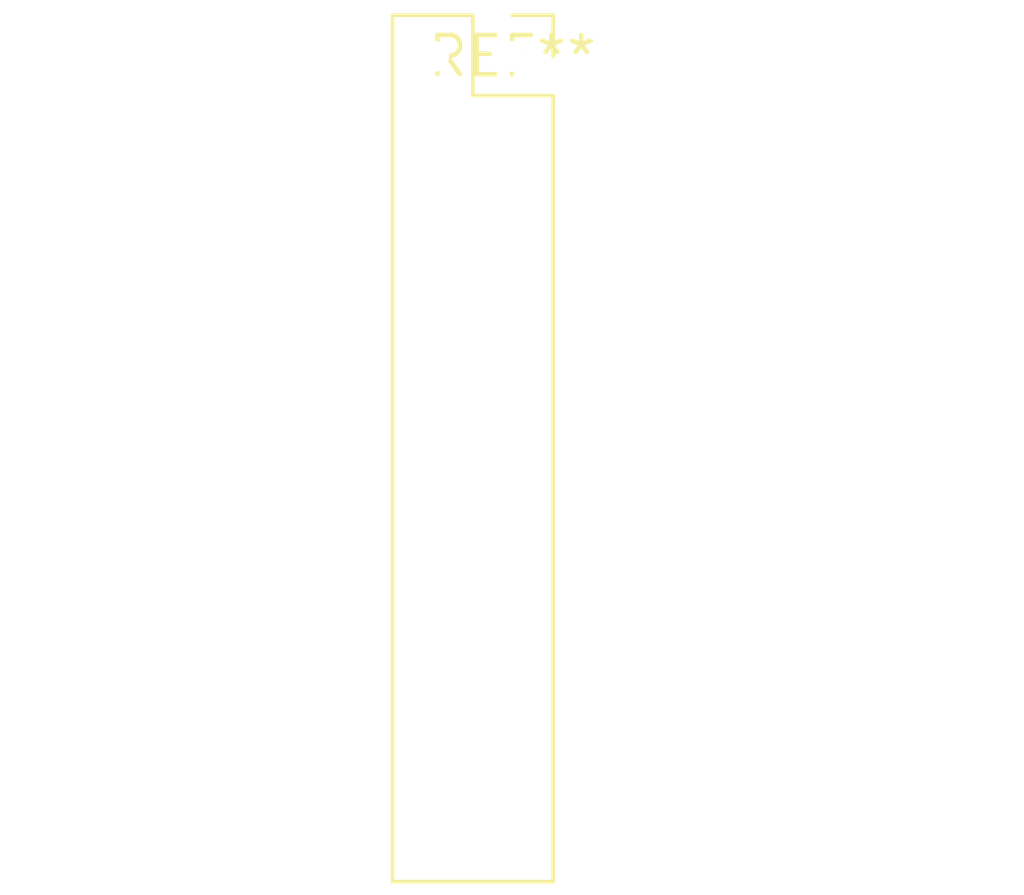
<source format=kicad_pcb>
(kicad_pcb (version 20240108) (generator pcbnew)
  (layers (0 "F.Cu" signal) (31 "B.Cu" signal) (34 "B.Paste" user) (35 "F.Paste" user) (36 "B.SilkS" user "B.Silkscreen") (37 "F.SilkS" user "F.Silkscreen") (38 "B.Mask" user) (39 "F.Mask" user) (44 "Edge.Cuts" user))
  (net 0 "")
  (footprint "PinSocket_2x11_P2.54mm_Vertical" (layer "F.Cu") (at 0 0)
    (property "Reference" "REF**")
    (property "Value" "PinSocket_2x11_P2.54mm_Vertical")
    (fp_line (start -3.87 -1.33) (end -3.87 26.73) (layer "F.SilkS") (stroke (width 0.12)))
    (fp_line (start -3.87 -1.33) (end -1.27 -1.33) (layer "F.SilkS") (stroke (width 0.12)))
    (fp_line (start -3.87 26.73) (end 1.33 26.73) (layer "F.SilkS") (stroke (width 0.12)))
    (fp_line (start -1.27 -1.33) (end -1.27 1.27) (layer "F.SilkS") (stroke (width 0.12)))
    (fp_line (start -1.27 1.27) (end 1.33 1.27) (layer "F.SilkS") (stroke (width 0.12)))
    (fp_line (start 0 -1.33) (end 1.33 -1.33) (layer "F.SilkS") (stroke (width 0.12)))
    (fp_line (start 1.33 -1.33) (end 1.33 0) (layer "F.SilkS") (stroke (width 0.12)))
    (fp_line (start 1.33 1.27) (end 1.33 26.73) (layer "F.SilkS") (stroke (width 0.12)))
    (pad "1" thru_hole rect (at 0 0) (size 1.7 1.7) (drill 1) (layers *.Cu *.Mask) (remove_unused_layers))
    (pad "2" thru_hole oval (at -2.54 0) (size 1.7 1.7) (drill 1) (layers *.Cu *.Mask) (remove_unused_layers))
    (pad "3" thru_hole oval (at 0 2.54) (size 1.7 1.7) (drill 1) (layers *.Cu *.Mask) (remove_unused_layers))
    (pad "4" thru_hole oval (at -2.54 2.54) (size 1.7 1.7) (drill 1) (layers *.Cu *.Mask) (remove_unused_layers))
    (pad "5" thru_hole oval (at 0 5.08) (size 1.7 1.7) (drill 1) (layers *.Cu *.Mask) (remove_unused_layers))
    (pad "6" thru_hole oval (at -2.54 5.08) (size 1.7 1.7) (drill 1) (layers *.Cu *.Mask) (remove_unused_layers))
    (pad "7" thru_hole oval (at 0 7.62) (size 1.7 1.7) (drill 1) (layers *.Cu *.Mask) (remove_unused_layers))
    (pad "8" thru_hole oval (at -2.54 7.62) (size 1.7 1.7) (drill 1) (layers *.Cu *.Mask) (remove_unused_layers))
    (pad "9" thru_hole oval (at 0 10.16) (size 1.7 1.7) (drill 1) (layers *.Cu *.Mask) (remove_unused_layers))
    (pad "10" thru_hole oval (at -2.54 10.16) (size 1.7 1.7) (drill 1) (layers *.Cu *.Mask) (remove_unused_layers))
    (pad "11" thru_hole oval (at 0 12.7) (size 1.7 1.7) (drill 1) (layers *.Cu *.Mask) (remove_unused_layers))
    (pad "12" thru_hole oval (at -2.54 12.7) (size 1.7 1.7) (drill 1) (layers *.Cu *.Mask) (remove_unused_layers))
    (pad "13" thru_hole oval (at 0 15.24) (size 1.7 1.7) (drill 1) (layers *.Cu *.Mask) (remove_unused_layers))
    (pad "14" thru_hole oval (at -2.54 15.24) (size 1.7 1.7) (drill 1) (layers *.Cu *.Mask) (remove_unused_layers))
    (pad "15" thru_hole oval (at 0 17.78) (size 1.7 1.7) (drill 1) (layers *.Cu *.Mask) (remove_unused_layers))
    (pad "16" thru_hole oval (at -2.54 17.78) (size 1.7 1.7) (drill 1) (layers *.Cu *.Mask) (remove_unused_layers))
    (pad "17" thru_hole oval (at 0 20.32) (size 1.7 1.7) (drill 1) (layers *.Cu *.Mask) (remove_unused_layers))
    (pad "18" thru_hole oval (at -2.54 20.32) (size 1.7 1.7) (drill 1) (layers *.Cu *.Mask) (remove_unused_layers))
    (pad "19" thru_hole oval (at 0 22.86) (size 1.7 1.7) (drill 1) (layers *.Cu *.Mask) (remove_unused_layers))
    (pad "20" thru_hole oval (at -2.54 22.86) (size 1.7 1.7) (drill 1) (layers *.Cu *.Mask) (remove_unused_layers))
    (pad "21" thru_hole oval (at 0 25.4) (size 1.7 1.7) (drill 1) (layers *.Cu *.Mask) (remove_unused_layers))
    (pad "22" thru_hole oval (at -2.54 25.4) (size 1.7 1.7) (drill 1) (layers *.Cu *.Mask) (remove_unused_layers))
  )
)
</source>
